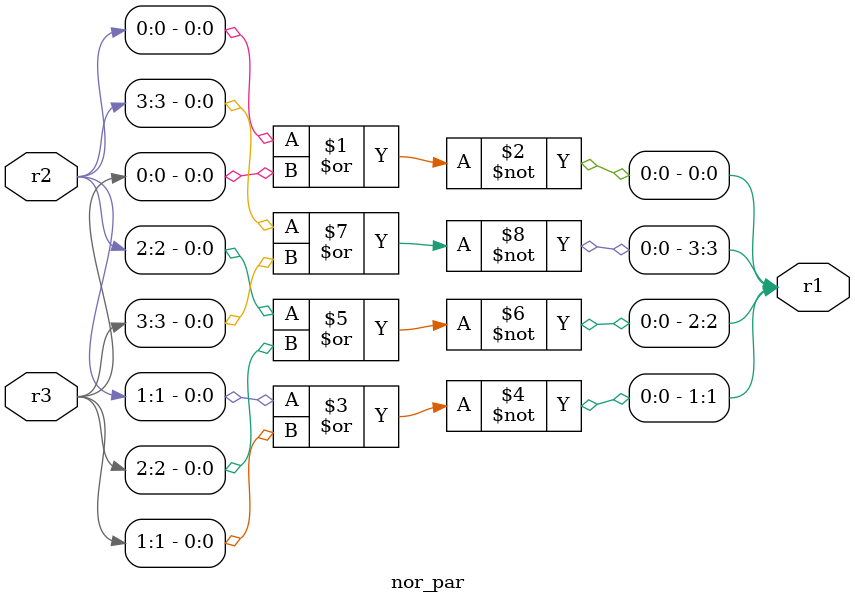
<source format=v>
`timescale 1ns / 1ps


module nor_par #(parameter n = 4) (r1,r2, r3);

output [n-1:0] r1;
input [n-1:0] r2, r3;

genvar i;
generate
    for (i=0; i<n; i=i+1)
    begin
        nor no(r1[i],r2[i],r3[i]);
    end
endgenerate

endmodule

</source>
